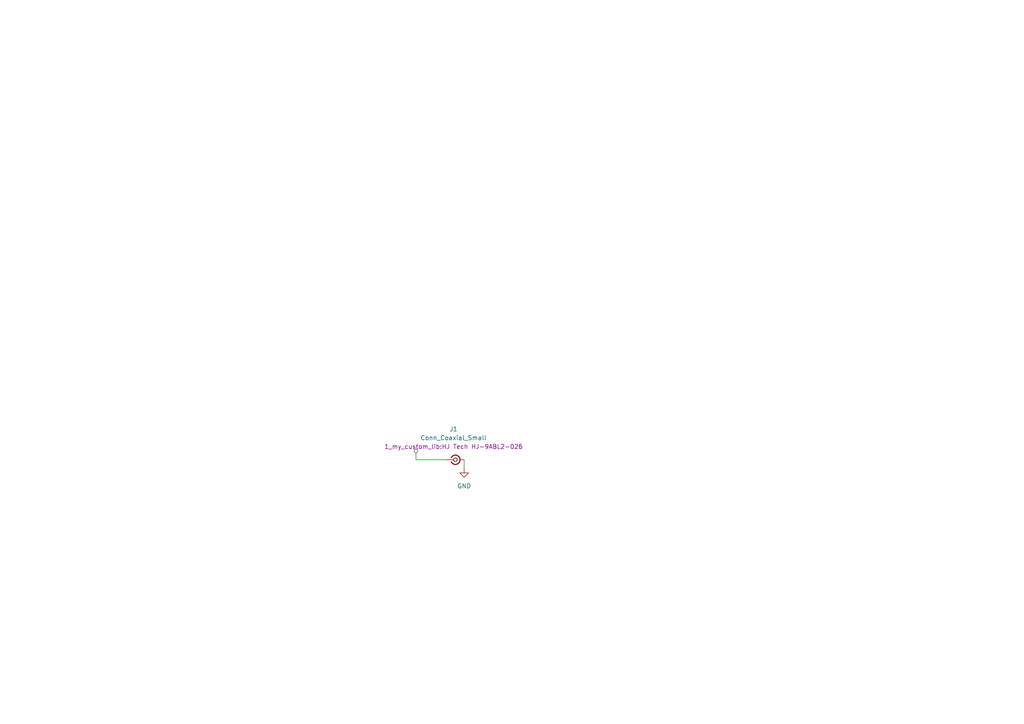
<source format=kicad_sch>
(kicad_sch
	(version 20231120)
	(generator "eeschema")
	(generator_version "8.0")
	(uuid "493de23d-48e5-48d1-b1c0-e84f54529323")
	(paper "A4")
	(title_block
		(title "TART_Antenna_V1")
		(date "2024-08-02")
		(company "Rikus Human")
	)
	(lib_symbols
		(symbol "Connector:Conn_Coaxial_Small"
			(pin_numbers hide)
			(pin_names
				(offset 1.016) hide)
			(exclude_from_sim no)
			(in_bom yes)
			(on_board yes)
			(property "Reference" "J"
				(at 0.254 3.048 0)
				(effects
					(font
						(size 1.27 1.27)
					)
				)
			)
			(property "Value" "Conn_Coaxial_Small"
				(at 0 -3.81 0)
				(effects
					(font
						(size 1.27 1.27)
					)
				)
			)
			(property "Footprint" ""
				(at 0 0 0)
				(effects
					(font
						(size 1.27 1.27)
					)
					(hide yes)
				)
			)
			(property "Datasheet" "~"
				(at 0 0 0)
				(effects
					(font
						(size 1.27 1.27)
					)
					(hide yes)
				)
			)
			(property "Description" "small coaxial connector (BNC, SMA, SMB, SMC, Cinch/RCA, LEMO, ...)"
				(at 0 0 0)
				(effects
					(font
						(size 1.27 1.27)
					)
					(hide yes)
				)
			)
			(property "ki_keywords" "BNC SMA SMB SMC LEMO coaxial connector CINCH RCA MCX MMCX U.FL UMRF"
				(at 0 0 0)
				(effects
					(font
						(size 1.27 1.27)
					)
					(hide yes)
				)
			)
			(property "ki_fp_filters" "*BNC* *SMA* *SMB* *SMC* *Cinch* *LEMO* *UMRF* *MCX* *U.FL*"
				(at 0 0 0)
				(effects
					(font
						(size 1.27 1.27)
					)
					(hide yes)
				)
			)
			(symbol "Conn_Coaxial_Small_0_1"
				(polyline
					(pts
						(xy -2.54 0) (xy -0.508 0)
					)
					(stroke
						(width 0)
						(type default)
					)
					(fill
						(type none)
					)
				)
				(circle
					(center 0 0)
					(radius 0.508)
					(stroke
						(width 0.2032)
						(type default)
					)
					(fill
						(type none)
					)
				)
			)
			(symbol "Conn_Coaxial_Small_1_1"
				(arc
					(start -1.1916 -0.6311)
					(mid 0.327 -1.3081)
					(end 1.3484 0.0039)
					(stroke
						(width 0.3048)
						(type default)
					)
					(fill
						(type none)
					)
				)
				(arc
					(start 1.3484 -0.0039)
					(mid 0.327 1.3081)
					(end -1.1916 0.6311)
					(stroke
						(width 0.3048)
						(type default)
					)
					(fill
						(type none)
					)
				)
				(pin passive line
					(at -2.54 0 0)
					(length 1.27)
					(name "In"
						(effects
							(font
								(size 1.27 1.27)
							)
						)
					)
					(number "1"
						(effects
							(font
								(size 1.27 1.27)
							)
						)
					)
				)
				(pin passive line
					(at 2.54 0 180)
					(length 1.27)
					(name "Ext"
						(effects
							(font
								(size 1.27 1.27)
							)
						)
					)
					(number "2"
						(effects
							(font
								(size 1.27 1.27)
							)
						)
					)
				)
			)
		)
		(symbol "power:GND"
			(power)
			(pin_numbers hide)
			(pin_names
				(offset 0) hide)
			(exclude_from_sim no)
			(in_bom yes)
			(on_board yes)
			(property "Reference" "#PWR"
				(at 0 -6.35 0)
				(effects
					(font
						(size 1.27 1.27)
					)
					(hide yes)
				)
			)
			(property "Value" "GND"
				(at 0 -3.81 0)
				(effects
					(font
						(size 1.27 1.27)
					)
				)
			)
			(property "Footprint" ""
				(at 0 0 0)
				(effects
					(font
						(size 1.27 1.27)
					)
					(hide yes)
				)
			)
			(property "Datasheet" ""
				(at 0 0 0)
				(effects
					(font
						(size 1.27 1.27)
					)
					(hide yes)
				)
			)
			(property "Description" "Power symbol creates a global label with name \"GND\" , ground"
				(at 0 0 0)
				(effects
					(font
						(size 1.27 1.27)
					)
					(hide yes)
				)
			)
			(property "ki_keywords" "global power"
				(at 0 0 0)
				(effects
					(font
						(size 1.27 1.27)
					)
					(hide yes)
				)
			)
			(symbol "GND_0_1"
				(polyline
					(pts
						(xy 0 0) (xy 0 -1.27) (xy 1.27 -1.27) (xy 0 -2.54) (xy -1.27 -1.27) (xy 0 -1.27)
					)
					(stroke
						(width 0)
						(type default)
					)
					(fill
						(type none)
					)
				)
			)
			(symbol "GND_1_1"
				(pin power_in line
					(at 0 0 270)
					(length 0)
					(name "~"
						(effects
							(font
								(size 1.27 1.27)
							)
						)
					)
					(number "1"
						(effects
							(font
								(size 1.27 1.27)
							)
						)
					)
				)
			)
		)
	)
	(wire
		(pts
			(xy 120.65 133.35) (xy 129.54 133.35)
		)
		(stroke
			(width 0)
			(type default)
		)
		(uuid "132d44fd-d702-4711-b2ed-fe6f5381c93a")
	)
	(wire
		(pts
			(xy 134.62 133.35) (xy 134.62 135.89)
		)
		(stroke
			(width 0)
			(type default)
		)
		(uuid "5087099c-a585-45b0-8a08-db6bbeb20e7c")
	)
	(netclass_flag ""
		(length 2.54)
		(shape round)
		(at 120.65 133.35 0)
		(fields_autoplaced yes)
		(effects
			(font
				(size 1.27 1.27)
			)
			(justify left bottom)
		)
		(uuid "682fd9c0-ab9d-4156-87a2-7895325c338c")
		(property "Netclass" ""
			(at 121.3485 130.81 0)
			(effects
				(font
					(size 1.27 1.27)
					(italic yes)
				)
				(justify left)
			)
		)
	)
	(symbol
		(lib_id "Connector:Conn_Coaxial_Small")
		(at 132.08 133.35 0)
		(unit 1)
		(exclude_from_sim no)
		(in_bom yes)
		(on_board yes)
		(dnp no)
		(fields_autoplaced yes)
		(uuid "6b8ec975-3b54-4c98-ab16-cdb30aeb8768")
		(property "Reference" "J1"
			(at 131.5604 124.46 0)
			(effects
				(font
					(size 1.27 1.27)
				)
			)
		)
		(property "Value" "Conn_Coaxial_Small"
			(at 131.5604 127 0)
			(effects
				(font
					(size 1.27 1.27)
				)
			)
		)
		(property "Footprint" "1_my_custom_lib:HJ Tech HJ-9ABL2-026"
			(at 131.5604 129.54 0)
			(effects
				(font
					(size 1.27 1.27)
				)
			)
		)
		(property "Datasheet" "~"
			(at 132.08 133.35 0)
			(effects
				(font
					(size 1.27 1.27)
				)
				(hide yes)
			)
		)
		(property "Description" "small coaxial connector (BNC, SMA, SMB, SMC, Cinch/RCA, LEMO, ...)"
			(at 132.08 133.35 0)
			(effects
				(font
					(size 1.27 1.27)
				)
				(hide yes)
			)
		)
		(pin "2"
			(uuid "56b1a88a-ef8c-4b4a-80ae-7689f96ec521")
		)
		(pin "1"
			(uuid "6a8df662-bdd4-4308-9900-99733ad1ea8d")
		)
		(instances
			(project ""
				(path "/493de23d-48e5-48d1-b1c0-e84f54529323"
					(reference "J1")
					(unit 1)
				)
			)
		)
	)
	(symbol
		(lib_id "power:GND")
		(at 134.62 135.89 0)
		(unit 1)
		(exclude_from_sim no)
		(in_bom yes)
		(on_board yes)
		(dnp no)
		(fields_autoplaced yes)
		(uuid "ff78c74f-7abb-487b-8f05-75ec2972c680")
		(property "Reference" "#PWR01"
			(at 134.62 142.24 0)
			(effects
				(font
					(size 1.27 1.27)
				)
				(hide yes)
			)
		)
		(property "Value" "GND"
			(at 134.62 140.97 0)
			(effects
				(font
					(size 1.27 1.27)
				)
			)
		)
		(property "Footprint" ""
			(at 134.62 135.89 0)
			(effects
				(font
					(size 1.27 1.27)
				)
				(hide yes)
			)
		)
		(property "Datasheet" ""
			(at 134.62 135.89 0)
			(effects
				(font
					(size 1.27 1.27)
				)
				(hide yes)
			)
		)
		(property "Description" "Power symbol creates a global label with name \"GND\" , ground"
			(at 134.62 135.89 0)
			(effects
				(font
					(size 1.27 1.27)
				)
				(hide yes)
			)
		)
		(pin "1"
			(uuid "649cb022-15d6-44d6-a5be-f7a7a496e59e")
		)
		(instances
			(project ""
				(path "/493de23d-48e5-48d1-b1c0-e84f54529323"
					(reference "#PWR01")
					(unit 1)
				)
			)
		)
	)
	(sheet_instances
		(path "/"
			(page "1")
		)
	)
)

</source>
